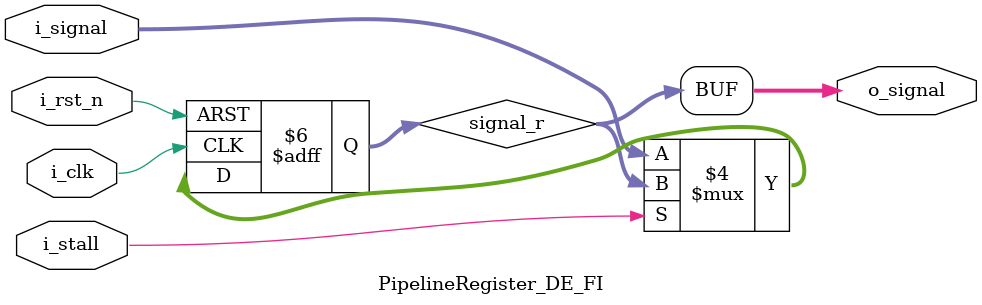
<source format=sv>
module PipelineRegister_DE_FI(
    input   i_rst_n,
    input   i_clk,
    input   i_stall,
    input   [15:0] i_signal, 
    output  [15:0] o_signal
);

logic [15:0] signal_r;

assign o_signal = signal_r;


always_ff @(posedge i_clk or negedge i_rst_n) begin
    if (!i_rst_n) begin
        signal_r <= 16'b0;
    end
    else if (!i_stall) begin
        signal_r <= i_signal;
    end
end
endmodule
</source>
